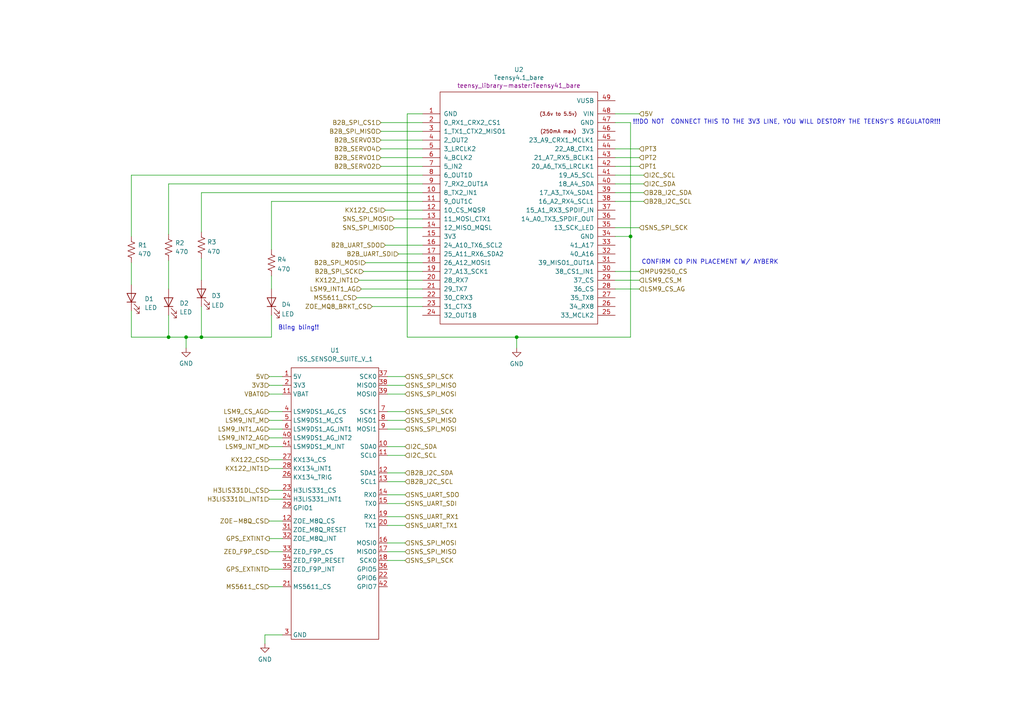
<source format=kicad_sch>
(kicad_sch (version 20211123) (generator eeschema)
  (paper "A4")
  (lib_symbols
    (symbol "Connector_Generic:Conn_02x12_Odd_Even" (pin_names (offset 1.016) hide)
      (property "Reference" "J" (at 1.27 15.24 0))
      (property "Value" "Conn_02x12_Odd_Even" (at 1.27 -17.78 0))
      (symbol "Conn_02x12_Odd_Even_1_1"
        (rectangle (start -1.27 -15.113) (end 0 -15.367) (stroke (width 0.1524)))
        (rectangle (start -1.27 -12.573) (end 0 -12.827) (stroke (width 0.1524)))
        (rectangle (start -1.27 -10.033) (end 0 -10.287) (stroke (width 0.1524)))
        (rectangle (start -1.27 -7.493) (end 0 -7.747) (stroke (width 0.1524)))
        (rectangle (start -1.27 -4.953) (end 0 -5.207) (stroke (width 0.1524)))
        (rectangle (start -1.27 -2.413) (end 0 -2.667) (stroke (width 0.1524)))
        (rectangle (start -1.27 0.127) (end 0 -0.127) (stroke (width 0.1524)))
        (rectangle (start -1.27 2.667) (end 0 2.413) (stroke (width 0.1524)))
        (rectangle (start -1.27 5.207) (end 0 4.953) (stroke (width 0.1524)))
        (rectangle (start -1.27 7.747) (end 0 7.493) (stroke (width 0.1524)))
        (rectangle (start -1.27 10.287) (end 0 10.033) (stroke (width 0.1524)))
        (rectangle (start -1.27 12.827) (end 0 12.573) (stroke (width 0.1524)))
        (rectangle (start -1.27 13.97) (end 3.81 -16.51) (stroke (width 0.254)) (fill (type background)))
        (rectangle (start 3.81 -15.113) (end 2.54 -15.367) (stroke (width 0.1524)))
        (rectangle (start 3.81 -12.573) (end 2.54 -12.827) (stroke (width 0.1524)))
        (rectangle (start 3.81 -10.033) (end 2.54 -10.287) (stroke (width 0.1524)))
        (rectangle (start 3.81 -7.493) (end 2.54 -7.747) (stroke (width 0.1524)))
        (rectangle (start 3.81 -4.953) (end 2.54 -5.207) (stroke (width 0.1524)))
        (rectangle (start 3.81 -2.413) (end 2.54 -2.667) (stroke (width 0.1524)))
        (rectangle (start 3.81 0.127) (end 2.54 -0.127) (stroke (width 0.1524)))
        (rectangle (start 3.81 2.667) (end 2.54 2.413) (stroke (width 0.1524)))
        (rectangle (start 3.81 5.207) (end 2.54 4.953) (stroke (width 0.1524)))
        (rectangle (start 3.81 7.747) (end 2.54 7.493) (stroke (width 0.1524)))
        (rectangle (start 3.81 10.287) (end 2.54 10.033) (stroke (width 0.1524)))
        (rectangle (start 3.81 12.827) (end 2.54 12.573) (stroke (width 0.1524)))
        (pin passive line (at -5.08 12.7 0) (length 3.81) (name "Pin_1") (number "1"))
        (pin passive line (at 7.62 2.54 180) (length 3.81) (name "Pin_10") (number "10"))
        (pin passive line (at -5.08 0 0) (length 3.81) (name "Pin_11") (number "11"))
        (pin passive line (at 7.62 0 180) (length 3.81) (name "Pin_12") (number "12"))
        (pin passive line (at -5.08 -2.54 0) (length 3.81) (name "Pin_13") (number "13"))
        (pin passive line (at 7.62 -2.54 180) (length 3.81) (name "Pin_14") (number "14"))
        (pin passive line (at -5.08 -5.08 0) (length 3.81) (name "Pin_15") (number "15"))
        (pin passive line (at 7.62 -5.08 180) (length 3.81) (name "Pin_16") (number "16"))
        (pin passive line (at -5.08 -7.62 0) (length 3.81) (name "Pin_17") (number "17"))
        (pin passive line (at 7.62 -7.62 180) (length 3.81) (name "Pin_18") (number "18"))
        (pin passive line (at -5.08 -10.16 0) (length 3.81) (name "Pin_19") (number "19"))
        (pin passive line (at 7.62 12.7 180) (length 3.81) (name "Pin_2") (number "2"))
        (pin passive line (at 7.62 -10.16 180) (length 3.81) (name "Pin_20") (number "20"))
        (pin passive line (at -5.08 -12.7 0) (length 3.81) (name "Pin_21") (number "21"))
        (pin passive line (at 7.62 -12.7 180) (length 3.81) (name "Pin_22") (number "22"))
        (pin passive line (at -5.08 -15.24 0) (length 3.81) (name "Pin_23") (number "23"))
        (pin passive line (at 7.62 -15.24 180) (length 3.81) (name "Pin_24") (number "24"))
        (pin passive line (at -5.08 10.16 0) (length 3.81) (name "Pin_3") (number "3"))
        (pin passive line (at 7.62 10.16 180) (length 3.81) (name "Pin_4") (number "4"))
        (pin passive line (at -5.08 7.62 0) (length 3.81) (name "Pin_5") (number "5"))
        (pin passive line (at 7.62 7.62 180) (length 3.81) (name "Pin_6") (number "6"))
        (pin passive line (at -5.08 5.08 0) (length 3.81) (name "Pin_7") (number "7"))
        (pin passive line (at 7.62 5.08 180) (length 3.81) (name "Pin_8") (number "8"))
        (pin passive line (at -5.08 2.54 0) (length 3.81) (name "Pin_9") (number "9"))
      )
    )
    (symbol "D24V50F5:LED" (pin_numbers hide) (pin_names (offset 1.016) hide)
      (property "Reference" "D" (at 0 2.54 0))
      (property "Value" "LED" (at 0 -2.54 0))
      (symbol "LED_0_1"
        (polyline (pts (xy -1.27 -1.27) (xy -1.27 1.27)) (stroke (width 0.2032)))
        (polyline (pts (xy -1.27 0) (xy 1.27 0)))
        (polyline (pts (xy 1.27 -1.27) (xy 1.27 1.27) (xy -1.27 0) (xy 1.27 -1.27)) (stroke (width 0.2032)))
        (polyline (pts (xy -3.048 -0.762) (xy -4.572 -2.286) (xy -3.81 -2.286) (xy -4.572 -2.286) (xy -4.572 -1.524)))
        (polyline (pts (xy -1.778 -0.762) (xy -3.302 -2.286) (xy -2.54 -2.286) (xy -3.302 -2.286) (xy -3.302 -1.524)))
      )
      (symbol "LED_1_1"
        (pin passive line (at -3.81 0 0) (length 2.54) (name "K") (number "1"))
        (pin passive line (at 3.81 0 180) (length 2.54) (name "A") (number "2"))
      )
    )
    (symbol "D24V50F5:R_US" (pin_numbers hide) (pin_names (offset 0))
      (property "Reference" "R" (at 2.54 0 90))
      (property "Value" "R_US" (at -2.54 0 90))
      (symbol "R_US_0_1"
        (polyline (pts (xy 0 -2.286) (xy 0 -2.54)))
        (polyline (pts (xy 0 2.286) (xy 0 2.54)))
        (polyline (pts (xy 0 -0.762) (xy 1.016 -1.143) (xy 0 -1.524) (xy -1.016 -1.905) (xy 0 -2.286)))
        (polyline (pts (xy 0 0.762) (xy 1.016 0.381) (xy 0 0) (xy -1.016 -0.381) (xy 0 -0.762)))
        (polyline (pts (xy 0 2.286) (xy 1.016 1.905) (xy 0 1.524) (xy -1.016 1.143) (xy 0 0.762)))
      )
      (symbol "R_US_1_1"
        (pin passive line (at 0 3.81 270) (length 1.27) (name "~") (number "1"))
        (pin passive line (at 0 -3.81 90) (length 1.27) (name "~") (number "2"))
      )
    )
    (symbol "Device:R_US" (pin_numbers hide) (pin_names (offset 0))
      (property "Reference" "R" (at 2.54 0 90))
      (property "Value" "R_US" (at -2.54 0 90))
      (symbol "R_US_0_1"
        (polyline (pts (xy 0 -2.286) (xy 0 -2.54)))
        (polyline (pts (xy 0 2.286) (xy 0 2.54)))
        (polyline (pts (xy 0 -0.762) (xy 1.016 -1.143) (xy 0 -1.524) (xy -1.016 -1.905) (xy 0 -2.286)))
        (polyline (pts (xy 0 0.762) (xy 1.016 0.381) (xy 0 0) (xy -1.016 -0.381) (xy 0 -0.762)))
        (polyline (pts (xy 0 2.286) (xy 1.016 1.905) (xy 0 1.524) (xy -1.016 1.143) (xy 0 0.762)))
      )
      (symbol "R_US_1_1"
        (pin passive line (at 0 3.81 270) (length 1.27) (name "~") (number "1"))
        (pin passive line (at 0 -3.81 90) (length 1.27) (name "~") (number "2"))
      )
    )
    (symbol "SensorModule:ISS_SENSOR_SUITE_V_1"
      (property "Reference" "U1" (at 0 26.7757 0))
      (property "Value" "ISS_SENSOR_SUITE_V_1" (at 0 24.0006 0))
      (symbol "ISS_SENSOR_SUITE_V_1_0_1"
        (rectangle (start -12.7 22.86) (end 12.7 -55.88) (stroke (width 0.1524)))
      )
      (symbol "ISS_SENSOR_SUITE_V_1_1_1"
        (pin power_in line (at -15.24 20.32 0) (length 2.54) (name "5V") (number "1"))
        (pin bidirectional line (at 15.24 0 180) (length 2.54) (name "SDA0") (number "10"))
        (pin input line (at 15.24 -2.54 180) (length 2.54) (name "SCL0") (number "11"))
        (pin power_in line (at -15.24 15.24 0) (length 2.54) (name "VBAT") (number "11"))
        (pin bidirectional line (at 15.24 -7.62 180) (length 2.54) (name "SDA1") (number "12"))
        (pin input line (at -15.24 -21.59 0) (length 2.54) (name "ZOE_M8Q_CS") (number "12"))
        (pin input line (at 15.24 -10.16 180) (length 2.54) (name "SCL1") (number "13"))
        (pin input line (at 15.24 -13.97 180) (length 2.54) (name "RX0") (number "14"))
        (pin output line (at 15.24 -16.51 180) (length 2.54) (name "TX0") (number "15"))
        (pin input line (at 15.24 -27.94 180) (length 2.54) (name "MOSI0") (number "16"))
        (pin output line (at 15.24 -30.48 180) (length 2.54) (name "MISO0") (number "17"))
        (pin input line (at 15.24 -33.02 180) (length 2.54) (name "SCK0") (number "18"))
        (pin input line (at 15.24 -20.32 180) (length 2.54) (name "RX1") (number "19"))
        (pin power_in line (at -15.24 17.78 0) (length 2.54) (name "3V3") (number "2"))
        (pin output line (at 15.24 -22.86 180) (length 2.54) (name "TX1") (number "20"))
        (pin input line (at -15.24 -40.64 0) (length 2.54) (name "MS5611_CS") (number "21"))
        (pin free line (at 15.24 -38.1 180) (length 2.54) (name "GPIO6") (number "22"))
        (pin input line (at -15.24 -12.7 0) (length 2.54) (name "H3LIS331_CS") (number "23"))
        (pin output line (at -15.24 -15.24 0) (length 2.54) (name "H3LIS331_INT1") (number "24"))
        (pin output line (at -15.24 -8.89 0) (length 2.54) (name "KX134_TRIG") (number "26"))
        (pin input line (at -15.24 -3.81 0) (length 2.54) (name "KX134_CS") (number "27"))
        (pin output line (at -15.24 -6.35 0) (length 2.54) (name "KX134_INT1") (number "28"))
        (pin free line (at -15.24 -17.78 0) (length 2.54) (name "GPIO1") (number "29"))
        (pin input line (at -15.24 -54.61 0) (length 2.54) (name "GND") (number "3"))
        (pin input line (at -15.24 -24.13 0) (length 2.54) (name "ZOE_M8Q_RESET") (number "31"))
        (pin input line (at -15.24 -26.67 0) (length 2.54) (name "ZOE_M8Q_INT") (number "32"))
        (pin input line (at -15.24 -30.48 0) (length 2.54) (name "ZED_F9P_CS") (number "33"))
        (pin input line (at -15.24 -33.02 0) (length 2.54) (name "ZED_F9P_RESET") (number "34"))
        (pin input line (at -15.24 -35.56 0) (length 2.54) (name "ZED_F9P_INT") (number "35"))
        (pin free line (at 15.24 -35.56 180) (length 2.54) (name "GPIO5") (number "36"))
        (pin input line (at 15.24 20.32 180) (length 2.54) (name "SCK0") (number "37"))
        (pin output line (at 15.24 17.78 180) (length 2.54) (name "MISO0") (number "38"))
        (pin input line (at 15.24 15.24 180) (length 2.54) (name "MOSI0") (number "39"))
        (pin input line (at -15.24 10.16 0) (length 2.54) (name "LSM9DS1_AG_CS") (number "4"))
        (pin output line (at -15.24 2.54 0) (length 2.54) (name "LSM9DS1_AG_INT2") (number "40"))
        (pin output line (at -15.24 0 0) (length 2.54) (name "LSM9DS1_M_INT") (number "41"))
        (pin free line (at 15.24 -40.64 180) (length 2.54) (name "GPIO7") (number "42"))
        (pin input line (at -15.24 7.62 0) (length 2.54) (name "LSM9DS1_M_CS") (number "5"))
        (pin output line (at -15.24 5.08 0) (length 2.54) (name "LSM9DS1_AG_INT1") (number "6"))
        (pin input line (at 15.24 10.16 180) (length 2.54) (name "SCK1") (number "7"))
        (pin output line (at 15.24 7.62 180) (length 2.54) (name "MISO1") (number "8"))
        (pin input line (at 15.24 5.08 180) (length 2.54) (name "MOSI1") (number "9"))
      )
    )
    (symbol "power:GND" (power) (pin_names (offset 0))
      (property "Value" "GND" (at 0 -3.81 0))
      (symbol "GND_0_1"
        (polyline (pts (xy 0 0) (xy 0 -1.27) (xy 1.27 -1.27) (xy 0 -2.54) (xy -1.27 -1.27) (xy 0 -1.27)))
      )
      (symbol "GND_1_1"
        (pin power_in line (at 0 0 270) (length 0) hide (name "GND") (number "1"))
      )
    )
    (symbol "teensy:Teensy4.1_bare" (pin_names (offset 1.016))
      (property "Reference" "U" (at 0 64.77 0))
      (property "Value" "teensy_Teensy4.1_bare" (at 0 62.23 0))
      (property "Footprint" "Teensy:Teensy41_bare" (at 12.7 -7.62 0))
      (symbol "Teensy4.1_bare_0_0"
        (text "(250mA max)" (at 11.43 49.53 0) (effects (font (size 1.016 1.016))))
        (text "(3.6v to 5.5v)" (at 11.43 54.61 0) (effects (font (size 1.016 1.016))))
        (pin bidirectional line (at -27.94 31.75 0) (length 5.08) (name "8_TX2_IN1") (number "10"))
        (pin bidirectional line (at -27.94 29.21 0) (length 5.08) (name "9_OUT1C") (number "11"))
        (pin bidirectional line (at -27.94 26.67 0) (length 5.08) (name "10_CS_MQSR") (number "12"))
        (pin bidirectional line (at -27.94 24.13 0) (length 5.08) (name "11_MOSI_CTX1") (number "13"))
        (pin bidirectional line (at -27.94 21.59 0) (length 5.08) (name "12_MISO_MQSL") (number "14"))
        (pin power_in line (at -27.94 19.05 0) (length 5.08) (name "3V3") (number "15"))
        (pin bidirectional line (at -27.94 16.51 0) (length 5.08) (name "24_A10_TX6_SCL2") (number "16"))
        (pin bidirectional line (at -27.94 13.97 0) (length 5.08) (name "25_A11_RX6_SDA2") (number "17"))
        (pin bidirectional line (at -27.94 11.43 0) (length 5.08) (name "26_A12_MOSI1") (number "18"))
        (pin bidirectional line (at -27.94 8.89 0) (length 5.08) (name "27_A13_SCK1") (number "19"))
        (pin bidirectional line (at -27.94 6.35 0) (length 5.08) (name "28_RX7") (number "20"))
        (pin bidirectional line (at -27.94 3.81 0) (length 5.08) (name "29_TX7") (number "21"))
        (pin bidirectional line (at -27.94 1.27 0) (length 5.08) (name "30_CRX3") (number "22"))
        (pin bidirectional line (at -27.94 -1.27 0) (length 5.08) (name "31_CTX3") (number "23"))
        (pin bidirectional line (at -27.94 -3.81 0) (length 5.08) (name "32_OUT1B") (number "24"))
        (pin bidirectional line (at 27.94 -3.81 180) (length 5.08) (name "33_MCLK2") (number "25"))
        (pin bidirectional line (at 27.94 -1.27 180) (length 5.08) (name "34_RX8") (number "26"))
        (pin bidirectional line (at 27.94 1.27 180) (length 5.08) (name "35_TX8") (number "27"))
        (pin bidirectional line (at 27.94 3.81 180) (length 5.08) (name "36_CS") (number "28"))
        (pin bidirectional line (at 27.94 6.35 180) (length 5.08) (name "37_CS") (number "29"))
        (pin bidirectional line (at 27.94 8.89 180) (length 5.08) (name "38_CS1_IN1") (number "30"))
        (pin bidirectional line (at 27.94 11.43 180) (length 5.08) (name "39_MISO1_OUT1A") (number "31"))
        (pin bidirectional line (at 27.94 13.97 180) (length 5.08) (name "40_A16") (number "32"))
        (pin bidirectional line (at 27.94 16.51 180) (length 5.08) (name "41_A17") (number "33"))
        (pin bidirectional line (at 27.94 21.59 180) (length 5.08) (name "13_SCK_LED") (number "35"))
        (pin bidirectional line (at 27.94 24.13 180) (length 5.08) (name "14_A0_TX3_SPDIF_OUT") (number "36"))
        (pin bidirectional line (at 27.94 26.67 180) (length 5.08) (name "15_A1_RX3_SPDIF_IN") (number "37"))
        (pin bidirectional line (at 27.94 29.21 180) (length 5.08) (name "16_A2_RX4_SCL1") (number "38"))
        (pin bidirectional line (at 27.94 31.75 180) (length 5.08) (name "17_A3_TX4_SDA1") (number "39"))
        (pin bidirectional line (at 27.94 34.29 180) (length 5.08) (name "18_A4_SDA") (number "40"))
        (pin bidirectional line (at 27.94 36.83 180) (length 5.08) (name "19_A5_SCL") (number "41"))
        (pin bidirectional line (at 27.94 39.37 180) (length 5.08) (name "20_A6_TX5_LRCLK1") (number "42"))
        (pin bidirectional line (at 27.94 41.91 180) (length 5.08) (name "21_A7_RX5_BCLK1") (number "43"))
        (pin bidirectional line (at 27.94 44.45 180) (length 5.08) (name "22_A8_CTX1") (number "44"))
        (pin bidirectional line (at 27.94 46.99 180) (length 5.08) (name "23_A9_CRX1_MCLK1") (number "45"))
        (pin power_in line (at 27.94 49.53 180) (length 5.08) (name "3V3") (number "46"))
        (pin power_in line (at 27.94 52.07 180) (length 5.08) (name "GND") (number "47"))
        (pin power_in line (at 27.94 54.61 180) (length 5.08) (name "VIN") (number "48"))
        (pin power_out line (at 27.94 58.42 180) (length 5.08) (name "VUSB") (number "49"))
        (pin bidirectional line (at -27.94 44.45 0) (length 5.08) (name "3_LRCLK2") (number "5"))
        (pin bidirectional line (at -27.94 41.91 0) (length 5.08) (name "4_BCLK2") (number "6"))
        (pin bidirectional line (at -27.94 39.37 0) (length 5.08) (name "5_IN2") (number "7"))
        (pin bidirectional line (at -27.94 36.83 0) (length 5.08) (name "6_OUT1D") (number "8"))
        (pin bidirectional line (at -27.94 34.29 0) (length 5.08) (name "7_RX2_OUT1A") (number "9"))
      )
      (symbol "Teensy4.1_bare_0_1"
        (rectangle (start -22.86 60.96) (end 22.86 -6.35))
        (rectangle (start -20.32 -1.27) (end -20.32 -1.27))
      )
      (symbol "Teensy4.1_bare_1_1"
        (pin power_in line (at -27.94 54.61 0) (length 5.08) (name "GND") (number "1"))
        (pin bidirectional line (at -27.94 52.07 0) (length 5.08) (name "0_RX1_CRX2_CS1") (number "2"))
        (pin bidirectional line (at -27.94 49.53 0) (length 5.08) (name "1_TX1_CTX2_MISO1") (number "3"))
        (pin power_in line (at 27.94 19.05 180) (length 5.08) (name "GND") (number "34"))
        (pin bidirectional line (at -27.94 46.99 0) (length 5.08) (name "2_OUT2") (number "4"))
      )
    )
  )
  (junction (at 58.42 97.79))
  (junction (at 149.86 97.79))
  (junction (at 182.88 68.58))
  (junction (at 48.895 97.79))
  (junction (at 53.975 97.79))
  (wire (pts (xy 76.835 186.69) (xy 76.835 184.15)))
  (wire (pts (xy 112.395 149.86) (xy 117.475 149.86)))
  (wire (pts (xy 178.435 53.34) (xy 186.69 53.34)))
  (wire (pts (xy 58.42 88.9) (xy 58.42 97.79)))
  (wire (pts (xy 111.76 71.12) (xy 122.555 71.12)))
  (wire (pts (xy 78.74 91.44) (xy 78.74 97.79)))
  (wire (pts (xy 58.42 67.31) (xy 58.42 55.88)))
  (wire (pts (xy 78.105 142.24) (xy 81.915 142.24)))
  (wire (pts (xy 110.49 38.1) (xy 122.555 38.1)))
  (wire (pts (xy 78.74 58.42) (xy 78.74 72.39)))
  (wire (pts (xy 114.3 66.04) (xy 122.555 66.04)))
  (wire (pts (xy 78.105 160.02) (xy 81.915 160.02)))
  (wire (pts (xy 96.52 -59.69) (xy 92.71 -59.69)))
  (wire (pts (xy 78.105 165.1) (xy 81.915 165.1)))
  (wire (pts (xy 58.42 55.88) (xy 122.555 55.88)))
  (wire (pts (xy 48.895 97.79) (xy 53.975 97.79)))
  (wire (pts (xy 48.895 75.565) (xy 48.895 83.82)))
  (wire (pts (xy 78.105 129.54) (xy 81.915 129.54)))
  (wire (pts (xy 48.895 53.34) (xy 48.895 67.945)))
  (wire (pts (xy 38.1 50.8) (xy 122.555 50.8)))
  (wire (pts (xy 118.11 33.02) (xy 118.11 97.79)))
  (wire (pts (xy 76.835 184.15) (xy 81.915 184.15)))
  (wire (pts (xy 178.435 45.72) (xy 185.42 45.72)))
  (wire (pts (xy 105.41 78.74) (xy 122.555 78.74)))
  (wire (pts (xy 78.74 58.42) (xy 122.555 58.42)))
  (wire (pts (xy 78.105 124.46) (xy 81.915 124.46)))
  (wire (pts (xy 178.435 83.82) (xy 185.42 83.82)))
  (wire (pts (xy 118.11 97.79) (xy 149.86 97.79)))
  (wire (pts (xy 38.1 97.79) (xy 48.895 97.79)))
  (wire (pts (xy 112.395 129.54) (xy 117.475 129.54)))
  (wire (pts (xy 38.1 68.58) (xy 38.1 50.8)))
  (wire (pts (xy 149.86 97.79) (xy 149.86 100.965)))
  (wire (pts (xy 78.105 156.21) (xy 81.915 156.21)))
  (wire (pts (xy 114.3 63.5) (xy 122.555 63.5)))
  (wire (pts (xy 58.42 74.93) (xy 58.42 81.28)))
  (wire (pts (xy 112.395 124.46) (xy 117.475 124.46)))
  (wire (pts (xy 72.39 -67.31) (xy 74.93 -67.31)))
  (wire (pts (xy 106.045 76.2) (xy 122.555 76.2)))
  (wire (pts (xy 178.435 81.28) (xy 185.42 81.28)))
  (wire (pts (xy 78.105 109.22) (xy 81.915 109.22)))
  (wire (pts (xy 112.395 119.38) (xy 117.475 119.38)))
  (wire (pts (xy 78.105 114.3) (xy 81.915 114.3)))
  (wire (pts (xy 112.395 137.16) (xy 117.475 137.16)))
  (wire (pts (xy 38.1 76.2) (xy 38.1 82.55)))
  (wire (pts (xy 78.105 121.92) (xy 81.915 121.92)))
  (wire (pts (xy 178.435 58.42) (xy 186.69 58.42)))
  (wire (pts (xy 104.775 83.82) (xy 122.555 83.82)))
  (wire (pts (xy 178.435 66.04) (xy 185.42 66.04)))
  (wire (pts (xy 112.395 139.7) (xy 117.475 139.7)))
  (wire (pts (xy 112.395 146.05) (xy 117.475 146.05)))
  (wire (pts (xy 112.395 132.08) (xy 117.475 132.08)))
  (wire (pts (xy -110.49 -58.42) (xy -107.95 -58.42)))
  (wire (pts (xy -102.87 -50.8) (xy -97.79 -50.8)))
  (wire (pts (xy 53.975 97.79) (xy 53.975 100.965)))
  (wire (pts (xy 178.435 68.58) (xy 182.88 68.58)))
  (wire (pts (xy 122.555 53.34) (xy 48.895 53.34)))
  (wire (pts (xy 110.49 35.56) (xy 122.555 35.56)))
  (wire (pts (xy 115.57 73.66) (xy 122.555 73.66)))
  (wire (pts (xy 110.49 43.18) (xy 122.555 43.18)))
  (wire (pts (xy 80.01 -59.69) (xy 85.09 -59.69)))
  (wire (pts (xy 112.395 121.92) (xy 117.475 121.92)))
  (wire (pts (xy -95.25 -58.42) (xy -100.33 -58.42)))
  (wire (pts (xy 78.105 127) (xy 81.915 127)))
  (wire (pts (xy 110.49 40.64) (xy 122.555 40.64)))
  (wire (pts (xy 78.105 133.35) (xy 81.915 133.35)))
  (wire (pts (xy 112.395 114.3) (xy 117.475 114.3)))
  (wire (pts (xy 104.14 81.28) (xy 122.555 81.28)))
  (wire (pts (xy 78.105 111.76) (xy 81.915 111.76)))
  (wire (pts (xy 103.505 86.36) (xy 122.555 86.36)))
  (wire (pts (xy 110.49 45.72) (xy 122.555 45.72)))
  (wire (pts (xy 112.395 152.4) (xy 117.475 152.4)))
  (wire (pts (xy 112.395 157.48) (xy 117.475 157.48)))
  (wire (pts (xy 110.49 48.26) (xy 122.555 48.26)))
  (wire (pts (xy 178.435 43.18) (xy 185.42 43.18)))
  (wire (pts (xy 178.435 78.74) (xy 185.42 78.74)))
  (wire (pts (xy 48.895 91.44) (xy 48.895 97.79)))
  (wire (pts (xy 53.975 97.79) (xy 58.42 97.79)))
  (wire (pts (xy 78.74 80.01) (xy 78.74 83.82)))
  (wire (pts (xy 178.435 50.8) (xy 186.69 50.8)))
  (wire (pts (xy 112.395 143.51) (xy 117.475 143.51)))
  (wire (pts (xy 182.88 35.56) (xy 178.435 35.56)))
  (wire (pts (xy 78.105 170.18) (xy 81.915 170.18)))
  (wire (pts (xy 112.395 111.76) (xy 117.475 111.76)))
  (wire (pts (xy 149.86 97.79) (xy 182.88 97.79)))
  (wire (pts (xy 122.555 33.02) (xy 118.11 33.02)))
  (wire (pts (xy 38.1 90.17) (xy 38.1 97.79)))
  (wire (pts (xy 178.435 48.26) (xy 185.42 48.26)))
  (wire (pts (xy 87.63 -67.31) (xy 82.55 -67.31)))
  (wire (pts (xy 112.395 109.22) (xy 117.475 109.22)))
  (wire (pts (xy 178.435 33.02) (xy 185.42 33.02)))
  (wire (pts (xy 58.42 97.79) (xy 78.74 97.79)))
  (wire (pts (xy 182.88 97.79) (xy 182.88 68.58)))
  (wire (pts (xy 182.88 68.58) (xy 182.88 35.56)))
  (wire (pts (xy 107.95 88.9) (xy 122.555 88.9)))
  (wire (pts (xy 78.105 135.89) (xy 81.915 135.89)))
  (wire (pts (xy 78.105 151.13) (xy 81.915 151.13)))
  (wire (pts (xy 78.105 119.38) (xy 81.915 119.38)))
  (wire (pts (xy 112.395 160.02) (xy 117.475 160.02)))
  (wire (pts (xy 112.395 162.56) (xy 117.475 162.56)))
  (wire (pts (xy 78.105 144.78) (xy 81.915 144.78)))
  (wire (pts (xy 178.435 55.88) (xy 186.69 55.88)))
  (wire (pts (xy 111.76 60.96) (xy 122.555 60.96)))
  (text "Bling bling!!" (at 80.645 95.885 0) (effects (font (size 1.27 1.27)) (justify left bottom)))
  (text "CONFIRM CD PIN PLACEMENT W/ AYBERK\n" (at 186.055 76.835 0) (effects (font (size 1.27 1.27)) (justify left bottom)))
  (text "!!!DO NOT  CONNECT THIS TO THE 3V3 LINE, YOU WILL DESTORY THE TEENSY'S REGULATOR!!!" (at 183.515 36.195 0) (effects (font (size 1.27 1.27)) (justify left bottom)))
  (hierarchical_label "B2B_I2C_SDA" (shape input) (at 186.69 55.88 0))
  (hierarchical_label "MS5611_CS" (shape input) (at 103.505 86.36 180))
  (hierarchical_label "KX122_INT1" (shape input) (at 104.14 81.28 180))
  (hierarchical_label "B2B_GPIO_11" (shape input) (at 34.29 -39.37 180))
  (hierarchical_label "I2C_SCL" (shape input) (at 186.69 50.8 0))
  (hierarchical_label "GND" (shape input) (at 46.99 -31.75 0))
  (hierarchical_label "GPS_EXTINT" (shape output) (at 78.105 156.21 180))
  (hierarchical_label "B2B_GPIO_21" (shape input) (at 40.64 -59.69 0))
  (hierarchical_label "SNS_SPI_MOSI" (shape input) (at 117.475 157.48 0))
  (hierarchical_label "SNS_UART_SDI" (shape input) (at 117.475 146.05 0))
  (hierarchical_label "GND" (shape input) (at -48.26 -74.93 180))
  (hierarchical_label "TELEM_RST" (shape input) (at -35.56 -77.47 0))
  (hierarchical_label "B2B_GPIO_0" (shape input) (at -35.56 -69.85 0))
  (hierarchical_label "B2B_GPIO_4" (shape input) (at -48.26 -19.05 180))
  (hierarchical_label "B2B_GPIO_2" (shape input) (at -35.56 -64.77 0))
  (hierarchical_label "GND" (shape input) (at 27.94 -77.47 180))
  (hierarchical_label "5V" (shape input) (at 78.105 109.22 180))
  (hierarchical_label "LSM9_INT_M" (shape input) (at 78.105 129.54 180))
  (hierarchical_label "SNS_UART_TX1" (shape input) (at 117.475 152.4 0))
  (hierarchical_label "B2B_GPIO_1" (shape input) (at -35.56 -67.31 0))
  (hierarchical_label "H3LIS331DL_CS" (shape input) (at 78.105 142.24 180))
  (hierarchical_label "CONT_GND" (shape input) (at 27.94 -72.39 180))
  (hierarchical_label "B2B_GPIO_6" (shape input) (at 27.94 -67.31 180))
  (hierarchical_label "KX122_INT1" (shape input) (at 78.105 135.89 180))
  (hierarchical_label "KX122_CS" (shape input) (at 78.105 133.35 180))
  (hierarchical_label "B2B_GPIO_1" (shape input) (at -48.26 -26.67 180))
  (hierarchical_label "SNS_UART_SDO" (shape input) (at 117.475 143.51 0))
  (hierarchical_label "B2B_SPI_MISO" (shape input) (at -35.56 -24.13 0))
  (hierarchical_label "TELEM_CS" (shape input) (at -35.56 -82.55 0))
  (hierarchical_label "B2B_I2C_SDA" (shape input) (at -48.26 -59.69 180))
  (hierarchical_label "VBAT0" (shape input) (at 78.105 114.3 180))
  (hierarchical_label "LSM9_INT_M" (shape input) (at 78.105 121.92 180))
  (hierarchical_label "B2B_GPIO_19" (shape input) (at 34.29 -19.05 180))
  (hierarchical_label "B2B_SERVO3" (shape input) (at 110.49 40.64 180))
  (hierarchical_label "I2C_SCL" (shape input) (at 117.475 132.08 0))
  (hierarchical_label "5V" (shape input) (at -35.56 -41.91 0))
  (hierarchical_label "5V" (shape input) (at 27.94 -82.55 180))
  (hierarchical_label "B2B_GPIO_19" (shape input) (at 40.64 -64.77 0))
  (hierarchical_label "B2B_GPIO_13" (shape input) (at 34.29 -34.29 180))
  (hierarchical_label "B2B_GPIO_8" (shape input) (at 46.99 -16.51 0))
  (hierarchical_label "B2B_UART_SDI" (shape input) (at 115.57 73.66 180))
  (hierarchical_label "SNS_SPI_MISO" (shape input) (at 117.475 111.76 0))
  (hierarchical_label "TELEM_INT" (shape input) (at -35.56 -80.01 0))
  (hierarchical_label "B2B_GPIO_2" (shape input) (at -48.26 -24.13 180))
  (hierarchical_label "SNS_SPI_SCK" (shape input) (at 117.475 162.56 0))
  (hierarchical_label "TELEM_INT" (shape input) (at -48.26 -39.37 180))
  (hierarchical_label "CONT_3V3" (shape input) (at -35.56 -31.75 0))
  (hierarchical_label "POWER_STATE" (shape input) (at -35.56 -74.93 0))
  (hierarchical_label "5V" (shape input) (at -48.26 -82.55 180))
  (hierarchical_label "VBAT" (shape input) (at -48.26 -87.63 180))
  (hierarchical_label "3V3" (shape input) (at -48.26 -80.01 180))
  (hierarchical_label "MPU9250_CS" (shape input) (at 185.42 78.74 0))
  (hierarchical_label "B2B_SPI_SCK" (shape input) (at -48.26 -69.85 180))
  (hierarchical_label "B2B_GPIO_10" (shape input) (at 40.64 -87.63 0))
  (hierarchical_label "B2B_GPIO_17" (shape input) (at 34.29 -24.13 180))
  (hierarchical_label "LSM9_INT1_AG" (shape input) (at 104.775 83.82 180))
  (hierarchical_label "B2B_GPIO_15" (shape input) (at 34.29 -29.21 180))
  (hierarchical_label "I2C_SDA" (shape input) (at 117.475 129.54 0))
  (hierarchical_label "SNS_SPI_MISO" (shape input) (at 117.475 160.02 0))
  (hierarchical_label "3V3" (shape input) (at -110.49 -50.8 180))
  (hierarchical_label "TELEM_CS" (shape input) (at -48.26 -41.91 180))
  (hierarchical_label "3V3" (shape input) (at 95.25 -67.31 0))
  (hierarchical_label "5V" (shape input) (at 185.42 33.02 0))
  (hierarchical_label "B2B_GPIO_10" (shape input) (at 34.29 -41.91 180))
  (hierarchical_label "CONT_GND" (shape input) (at 72.39 -67.31 180))
  (hierarchical_label "B2B_GPIO_20" (shape input) (at 40.64 -62.23 0))
  (hierarchical_label "B2B_SERVO2" (shape input) (at 110.49 48.26 180))
  (hierarchical_label "B2B_GPIO_5" (shape input) (at 46.99 -24.13 0))
  (hierarchical_label "LSM9_CS_AG" (shape input) (at 78.105 119.38 180))
  (hierarchical_label "B2B_SERVO1" (shape input) (at 110.49 45.72 180))
  (hierarchical_label "9V" (shape input) (at 46.99 -39.37 0))
  (hierarchical_label "VBAT" (shape input) (at -35.56 -46.99 0))
  (hierarchical_label "B2B_GPIO_21" (shape input) (at 34.29 -13.97 180))
  (hierarchical_label "SNS_SPI_MISO" (shape input) (at 114.3 66.04 180))
  (hierarchical_label "PT2" (shape input) (at 185.42 45.72 0))
  (hierarchical_label "CONT_GND" (shape input) (at 46.99 -26.67 0))
  (hierarchical_label "SNS_SPI_SCK" (shape input) (at 117.475 109.22 0))
  (hierarchical_label "B2B_GPIO_16" (shape input) (at 40.64 -72.39 0))
  (hierarchical_label "CONT_3V3" (shape input) (at -87.63 -58.42 0))
  (hierarchical_label "POWER_STATE" (shape input) (at -48.26 -34.29 180))
  (hierarchical_label "B2B_I2C_SDA" (shape input) (at 117.475 137.16 0))
  (hierarchical_label "POWER_RESET" (shape input) (at -35.56 -72.39 0))
  (hierarchical_label "B2B_SPI_MOSI" (shape input) (at 106.045 76.2 180))
  (hierarchical_label "B2B_GPIO_18" (shape input) (at 34.29 -21.59 180))
  (hierarchical_label "3V3" (shape input) (at 46.99 -34.29 0))
  (hierarchical_label "MS5611_CS" (shape input) (at 78.105 170.18 180))
  (hierarchical_label "B2B_SPI_MISO" (shape input) (at 110.49 38.1 180))
  (hierarchical_label "B2B_GPIO_7" (shape input) (at 46.99 -19.05 0))
  (hierarchical_label "3V3" (shape input) (at 27.94 -80.01 180))
  (hierarchical_label "GND" (shape input) (at 27.94 -74.93 180))
  (hierarchical_label "SNS_UART_RX1" (shape input) (at 117.475 149.86 0))
  (hierarchical_label "B2B_I2C_SCL" (shape input) (at -35.56 -21.59 0))
  (hierarchical_label "B2B_GPIO_12" (shape input) (at 40.64 -82.55 0))
  (hierarchical_label "POWER_RESET" (shape input) (at -48.26 -31.75 180))
  (hierarchical_label "VBAT" (shape input) (at 46.99 -41.91 0))
  (hierarchical_label "LSM9_INT1_AG" (shape input) (at 78.105 124.46 180))
  (hierarchical_label "B2B_I2C_SCL" (shape input) (at -48.26 -62.23 180))
  (hierarchical_label "B2B_SPI_MOSI" (shape input) (at -35.56 -26.67 0))
  (hierarchical_label "B2B_GPIO_20" (shape input) (at 34.29 -16.51 180))
  (hierarchical_label "B2B_GPIO_8" (shape input) (at 27.94 -62.23 180))
  (hierarchical_label "3V3" (shape input) (at 78.105 111.76 180))
  (hierarchical_label "GND" (shape input) (at 46.99 -29.21 0))
  (hierarchical_label "B2B_I2C_SDA" (shape input) (at -35.56 -19.05 0))
  (hierarchical_label "B2B_GPIO_6" (shape input) (at 46.99 -21.59 0))
  (hierarchical_label "9V" (shape input) (at -48.26 -85.09 180))
  (hierarchical_label "3V3" (shape input) (at -35.56 -39.37 0))
  (hierarchical_label "ZOE-M8Q_CS" (shape input) (at 78.105 151.13 180))
  (hierarchical_label "B2B_GPIO_3" (shape input) (at -48.26 -21.59 180))
  (hierarchical_label "TELEM_RST" (shape input) (at -48.26 -36.83 180))
  (hierarchical_label "B2B_GPIO_5" (shape input) (at 27.94 -69.85 180))
  (hierarchical_label "B2B_GPIO_7" (shape input) (at 27.94 -64.77 180))
  (hierarchical_label "B2B_SPI_CS1" (shape input) (at 110.49 35.56 180))
  (hierarchical_label "B2B_GPIO_9" (shape input) (at 46.99 -13.97 0))
  (hierarchical_label "LSM9_CS_AG" (shape input) (at 185.42 83.82 0))
  (hierarchical_label "B2B_UART_SDO" (shape input) (at -35.56 -85.09 0))
  (hierarchical_label "B2B_GPIO_14" (shape input) (at 34.29 -31.75 180))
  (hierarchical_label "ZED_F9P_CS" (shape input) (at 78.105 160.02 180))
  (hierarchical_label "B2B_GPIO_9" (shape input) (at 27.94 -59.69 180))
  (hierarchical_label "VBAT" (shape input) (at 27.94 -87.63 180))
  (hierarchical_label "SNS_SPI_MOSI" (shape input) (at 117.475 124.46 0))
  (hierarchical_label "SNS_SPI_SCK" (shape input) (at 117.475 119.38 0))
  (hierarchical_label "5V" (shape input) (at 46.99 -36.83 0))
  (hierarchical_label "CONT_GND" (shape input) (at 72.39 -59.69 180))
  (hierarchical_label "B2B_UART_SDO" (shape input) (at 111.76 71.12 180))
  (hierarchical_label "SNS_SPI_SCK" (shape input) (at 185.42 66.04 0))
  (hierarchical_label "LSM9_INT2_AG" (shape input) (at 78.105 127 180))
  (hierarchical_label "B2B_UART_SDI" (shape input) (at -48.26 -46.99 180))
  (hierarchical_label "GND" (shape input) (at -35.56 -36.83 0))
  (hierarchical_label "H3LIS331DL_INT1" (shape input) (at 78.105 144.78 180))
  (hierarchical_label "B2B_GPIO_15" (shape input) (at 40.64 -74.93 0))
  (hierarchical_label "B2B_UART_SDI" (shape input) (at -35.56 -87.63 0))
  (hierarchical_label "B2B_GPIO_16" (shape input) (at 34.29 -26.67 180))
  (hierarchical_label "PT1" (shape input) (at 185.42 48.26 0))
  (hierarchical_label "B2B_GPIO_0" (shape input) (at -48.26 -29.21 180))
  (hierarchical_label "SNS_SPI_MOSI" (shape input) (at 117.475 114.3 0))
  (hierarchical_label "KX122_CSI" (shape input) (at 111.76 60.96 180))
  (hierarchical_label "CONT_3V3" (shape input) (at -48.26 -72.39 180))
  (hierarchical_label "GND" (shape input) (at -110.49 -58.42 180))
  (hierarchical_label "B2B_GPIO_11" (shape input) (at 40.64 -85.09 0))
  (hierarchical_label "B2B_SPI_MOSI" (shape input) (at -48.26 -67.31 180))
  (hierarchical_label "LSM9_CS_M" (shape input) (at 185.42 81.28 0))
  (hierarchical_label "B2B_GPIO_3" (shape input) (at -35.56 -62.23 0))
  (hierarchical_label "B2B_GPIO_17" (shape input) (at 40.64 -69.85 0))
  (hierarchical_label "GPS_EXTINT" (shape input) (at 78.105 165.1 180))
  (hierarchical_label "B2B_I2C_SCL" (shape input) (at 186.69 58.42 0))
  (hierarchical_label "ZOE_MQ8_BRKT_CS" (shape input) (at 107.95 88.9 180))
  (hierarchical_label "I2C_SDA" (shape input) (at 186.69 53.34 0))
  (hierarchical_label "B2B_SERVO4" (shape input) (at 110.49 43.18 180))
  (hierarchical_label "CONT_3V3" (shape input) (at -90.17 -50.8 0))
  (hierarchical_label "SNS_SPI_MOSI" (shape input) (at 114.3 63.5 180))
  (hierarchical_label "SNS_SPI_MISO" (shape input) (at 117.475 121.92 0))
  (hierarchical_label "B2B_SPI_SCK" (shape input) (at -35.56 -29.21 0))
  (hierarchical_label "GND" (shape input) (at -48.26 -77.47 180))
  (hierarchical_label "B2B_SPI_SCK" (shape input) (at 105.41 78.74 180))
  (hierarchical_label "B2B_SPI_MISO" (shape input) (at -48.26 -64.77 180))
  (hierarchical_label "GND" (shape input) (at -35.56 -34.29 0))
  (hierarchical_label "B2B_I2C_SCL" (shape input) (at 117.475 139.7 0))
  (hierarchical_label "9V" (shape input) (at -35.56 -44.45 0))
  (hierarchical_label "B2B_GPIO_13" (shape input) (at 40.64 -80.01 0))
  (hierarchical_label "B2B_GPIO_14" (shape input) (at 40.64 -77.47 0))
  (hierarchical_label "9V" (shape input) (at 27.94 -85.09 180))
  (hierarchical_label "PT3" (shape input) (at 185.42 43.18 0))
  (hierarchical_label "B2B_GPIO_4" (shape input) (at -35.56 -59.69 0))
  (hierarchical_label "3V3" (shape input) (at 96.52 -59.69 0))
  (hierarchical_label "B2B_GPIO_12" (shape input) (at 34.29 -36.83 180))
  (hierarchical_label "B2B_GPIO_18" (shape input) (at 40.64 -67.31 0))
  (hierarchical_label "B2B_UART_SDO" (shape input) (at -48.26 -44.45 180))
  (symbol (lib_id "power:GND") (at 149.86 100.965 0) (unit 1)
    (property "Reference" "#PWR0101" (effects hide))
    (property "Value" "GND" (at 149.86 105.5275 0))
  )
  (symbol (lib_id "D24V50F5:R_US") (at 38.1 72.39 0) (unit 1)
    (property "Reference" "R1" (at 40.005 71.1199 0) (effects (justify left)))
    (property "Value" "470" (at 40.005 73.6599 0) (effects (justify left)))
    (property "Footprint" "Resistor_SMD:R_0805_2012Metric" (effects hide))
  )
  (symbol (lib_id "Device:R_US") (at 58.42 71.12 0) (unit 1)
    (property "Reference" "R3" (at 60.071 70.2115 0) (effects (justify left)))
    (property "Value" "470" (at 60.071 72.9866 0) (effects (justify left)))
    (property "Footprint" "Resistor_SMD:R_0805_2012Metric" (effects hide))
  )
  (symbol (lib_id "D24V50F5:LED") (at -93.98 -50.8 180) (unit 1)
    (property "Reference" "D992" (at -92.3798 -45.5889 0))
    (property "Value" "RED" (at -92.3798 -48.364 0))
    (property "Footprint" "LED_SMD:LED_0805_2012Metric" (effects hide))
  )
  (symbol (lib_id "D24V50F5:R_US") (at 48.895 71.755 0) (unit 1)
    (property "Reference" "R2" (at 50.8 70.4849 0) (effects (justify left)))
    (property "Value" "470" (at 50.8 73.0249 0) (effects (justify left)))
    (property "Footprint" "Resistor_SMD:R_0805_2012Metric" (effects hide))
  )
  (symbol (lib_id "D24V50F5:LED") (at 48.895 87.63 90) (unit 1)
    (property "Reference" "D2" (at 52.07 87.9601 90) (effects (justify right)))
    (property "Value" "LED" (at 52.07 90.5001 90) (effects (justify right)))
    (property "Footprint" "LED_SMD:LED_0805_2012Metric" (effects hide))
  )
  (symbol (lib_id "Connector_Generic:Conn_02x12_Odd_Even") (at 33.02 -74.93 0) (unit 1)
    (property "Reference" "J3" (at 34.29 -92.8665 0))
    (property "Value" "Conn_02x12_Odd_Even" (at 34.29 -90.0914 0))
    (property "Footprint" "Connector_PinHeader_2.54mm:PinHeader_2x12_P2.54mm_Vertical_SMD" (effects hide))
  )
  (symbol (lib_id "Device:R_US") (at 78.74 76.2 0) (unit 1)
    (property "Reference" "R4" (at 80.391 75.2915 0) (effects (justify left)))
    (property "Value" "470" (at 80.391 78.0666 0) (effects (justify left)))
    (property "Footprint" "Resistor_SMD:R_0805_2012Metric" (effects hide))
  )
  (symbol (lib_id "D24V50F5:LED") (at 58.42 85.09 90) (unit 1)
    (property "Reference" "D3" (at 61.341 85.7817 90) (effects (justify right)))
    (property "Value" "LED" (at 61.341 88.5568 90) (effects (justify right)))
    (property "Footprint" "LED_SMD:LED_0805_2012Metric" (effects hide))
  )
  (symbol (lib_id "D24V50F5:LED") (at 88.9 -59.69 180) (unit 1)
    (property "Reference" "D994" (at 90.5002 -54.4789 0))
    (property "Value" "RED" (at 90.5002 -57.254 0))
    (property "Footprint" "LED_SMD:LED_0805_2012Metric" (effects hide))
  )
  (symbol (lib_id "D24V50F5:R_US") (at -106.68 -50.8 270) (unit 1)
    (property "Reference" "R992" (at -106.68 -45.9445 90))
    (property "Value" "270Ohm" (at -106.68 -48.7196 90))
    (property "Footprint" "Resistor_SMD:R_0805_2012Metric" (effects hide))
  )
  (symbol (lib_id "D24V50F5:LED") (at 78.74 -67.31 0) (unit 1)
    (property "Reference" "D993" (at 77.1398 -72.5211 0))
    (property "Value" "GREEN" (at 77.1398 -69.746 0))
    (property "Footprint" "LED_SMD:LED_0805_2012Metric" (effects hide))
  )
  (symbol (lib_id "D24V50F5:R_US") (at 76.2 -59.69 270) (unit 1)
    (property "Reference" "R994" (at 76.2 -54.8345 90))
    (property "Value" "270Ohm" (at 76.2 -57.6096 90))
    (property "Footprint" "Resistor_SMD:R_0805_2012Metric" (effects hide))
  )
  (symbol (lib_id "power:GND") (at 53.975 100.965 0) (unit 1)
    (property "Reference" "#PWR0102" (effects hide))
    (property "Value" "GND" (at 53.975 105.41 0))
  )
  (symbol (lib_id "D24V50F5:R_US") (at 91.44 -67.31 90) (unit 1)
    (property "Reference" "R993" (at 91.44 -72.1655 90))
    (property "Value" "270Ohm" (at 91.44 -69.3904 90))
    (property "Footprint" "Resistor_SMD:R_0805_2012Metric" (effects hide))
  )
  (symbol (lib_id "teensy:Teensy4.1_bare") (at 150.495 87.63 0) (unit 1)
    (property "Reference" "U2" (at 150.495 20.193 0))
    (property "Value" "Teensy4.1_bare" (at 150.495 22.5044 0))
    (property "Footprint" "teensy_library-master:Teensy41_bare" (at 150.495 24.8158 0))
  )
  (symbol (lib_id "D24V50F5:R_US") (at -91.44 -58.42 90) (unit 1)
    (property "Reference" "R991" (at -91.44 -63.2755 90))
    (property "Value" "270Ohm" (at -91.44 -60.5004 90))
    (property "Footprint" "Resistor_SMD:R_0805_2012Metric" (effects hide))
  )
  (symbol (lib_id "D24V50F5:LED") (at 38.1 86.36 90) (unit 1)
    (property "Reference" "D1" (at 41.91 86.6901 90) (effects (justify right)))
    (property "Value" "LED" (at 41.91 89.2301 90) (effects (justify right)))
    (property "Footprint" "LED_SMD:LED_0805_2012Metric" (effects hide))
  )
  (symbol (lib_id "Connector_Generic:Conn_02x12_Odd_Even") (at -43.18 -74.93 0) (unit 1)
    (property "Reference" "J1" (at -41.91 -92.8665 0))
    (property "Value" "Conn_02x12_Odd_Even" (at -41.91 -90.0914 0))
    (property "Footprint" "Connector_PinHeader_2.54mm:PinHeader_2x12_P2.54mm_Vertical_SMD" (effects hide))
  )
  (symbol (lib_id "D24V50F5:LED") (at -104.14 -58.42 0) (unit 1)
    (property "Reference" "D991" (at -105.7402 -63.6311 0))
    (property "Value" "GREEN" (at -105.7402 -60.856 0))
    (property "Footprint" "LED_SMD:LED_0805_2012Metric" (effects hide))
  )
  (symbol (lib_id "D24V50F5:LED") (at 78.74 87.63 90) (unit 1)
    (property "Reference" "D4" (at 81.661 88.3217 90) (effects (justify right)))
    (property "Value" "LED" (at 81.661 91.0968 90) (effects (justify right)))
    (property "Footprint" "LED_SMD:LED_0805_2012Metric" (effects hide))
  )
  (symbol (lib_id "Connector_Generic:Conn_02x12_Odd_Even") (at -43.18 -34.29 0) (unit 1)
    (property "Reference" "J2" (at -41.91 -52.2265 0))
    (property "Value" "Conn_02x12_Odd_Even" (at -41.91 -49.4514 0))
    (property "Footprint" "Connector_PinHeader_2.54mm:PinHeader_2x12_P2.54mm_Vertical_SMD" (effects hide))
  )
  (symbol (lib_id "Connector_Generic:Conn_02x12_Odd_Even") (at 39.37 -29.21 0) (unit 1)
    (property "Reference" "J4" (at 40.64 -47.1465 0))
    (property "Value" "Conn_02x12_Odd_Even" (at 40.64 -44.3714 0))
    (property "Footprint" "Connector_PinHeader_2.54mm:PinHeader_2x12_P2.54mm_Vertical_SMD" (effects hide))
  )
  (symbol (lib_id "SensorModule:ISS_SENSOR_SUITE_V_1") (at 97.155 129.54 0) (unit 1)
    (property "Reference" "U1" (at 97.155 101.6 0))
    (property "Value" "ISS_SENSOR_SUITE_V_1" (at 97.155 104.14 0))
    (property "Footprint" "SensorSuite:General Sensor Module - 9x12 pin" (effects hide))
  )
  (symbol (lib_id "power:GND") (at 76.835 186.69 0) (unit 1)
    (property "Reference" "#PWR0103" (effects hide))
    (property "Value" "GND" (at 76.835 191.2525 0))
  )
)
</source>
